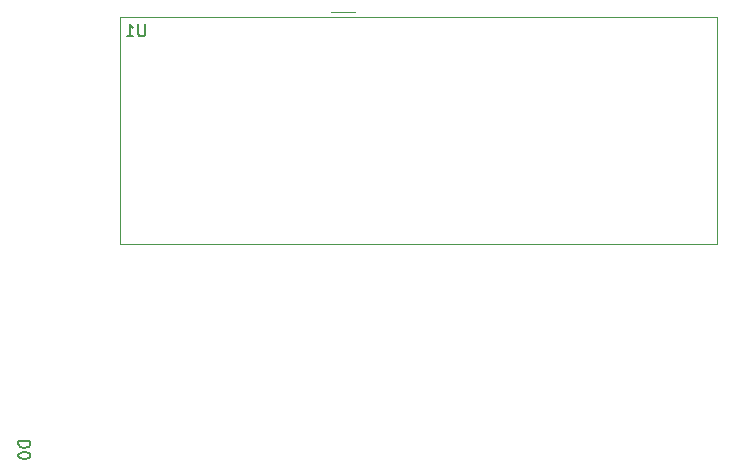
<source format=gbr>
%TF.GenerationSoftware,KiCad,Pcbnew,9.0.1*%
%TF.CreationDate,2025-06-17T23:00:35+08:00*%
%TF.ProjectId,EpochCounter,45706f63-6843-46f7-956e-7465722e6b69,rev?*%
%TF.SameCoordinates,Original*%
%TF.FileFunction,Legend,Bot*%
%TF.FilePolarity,Positive*%
%FSLAX46Y46*%
G04 Gerber Fmt 4.6, Leading zero omitted, Abs format (unit mm)*
G04 Created by KiCad (PCBNEW 9.0.1) date 2025-06-17 23:00:35*
%MOMM*%
%LPD*%
G01*
G04 APERTURE LIST*
%ADD10C,0.150000*%
%ADD11C,0.120000*%
G04 APERTURE END LIST*
D10*
X125017819Y-118030905D02*
X124017819Y-118030905D01*
X124017819Y-118030905D02*
X124017819Y-118269000D01*
X124017819Y-118269000D02*
X124065438Y-118411857D01*
X124065438Y-118411857D02*
X124160676Y-118507095D01*
X124160676Y-118507095D02*
X124255914Y-118554714D01*
X124255914Y-118554714D02*
X124446390Y-118602333D01*
X124446390Y-118602333D02*
X124589247Y-118602333D01*
X124589247Y-118602333D02*
X124779723Y-118554714D01*
X124779723Y-118554714D02*
X124874961Y-118507095D01*
X124874961Y-118507095D02*
X124970200Y-118411857D01*
X124970200Y-118411857D02*
X125017819Y-118269000D01*
X125017819Y-118269000D02*
X125017819Y-118030905D01*
X124017819Y-119221381D02*
X124017819Y-119316619D01*
X124017819Y-119316619D02*
X124065438Y-119411857D01*
X124065438Y-119411857D02*
X124113057Y-119459476D01*
X124113057Y-119459476D02*
X124208295Y-119507095D01*
X124208295Y-119507095D02*
X124398771Y-119554714D01*
X124398771Y-119554714D02*
X124636866Y-119554714D01*
X124636866Y-119554714D02*
X124827342Y-119507095D01*
X124827342Y-119507095D02*
X124922580Y-119459476D01*
X124922580Y-119459476D02*
X124970200Y-119411857D01*
X124970200Y-119411857D02*
X125017819Y-119316619D01*
X125017819Y-119316619D02*
X125017819Y-119221381D01*
X125017819Y-119221381D02*
X124970200Y-119126143D01*
X124970200Y-119126143D02*
X124922580Y-119078524D01*
X124922580Y-119078524D02*
X124827342Y-119030905D01*
X124827342Y-119030905D02*
X124636866Y-118983286D01*
X124636866Y-118983286D02*
X124398771Y-118983286D01*
X124398771Y-118983286D02*
X124208295Y-119030905D01*
X124208295Y-119030905D02*
X124113057Y-119078524D01*
X124113057Y-119078524D02*
X124065438Y-119126143D01*
X124065438Y-119126143D02*
X124017819Y-119221381D01*
X134746904Y-82766819D02*
X134746904Y-83576342D01*
X134746904Y-83576342D02*
X134699285Y-83671580D01*
X134699285Y-83671580D02*
X134651666Y-83719200D01*
X134651666Y-83719200D02*
X134556428Y-83766819D01*
X134556428Y-83766819D02*
X134365952Y-83766819D01*
X134365952Y-83766819D02*
X134270714Y-83719200D01*
X134270714Y-83719200D02*
X134223095Y-83671580D01*
X134223095Y-83671580D02*
X134175476Y-83576342D01*
X134175476Y-83576342D02*
X134175476Y-82766819D01*
X133175476Y-83766819D02*
X133746904Y-83766819D01*
X133461190Y-83766819D02*
X133461190Y-82766819D01*
X133461190Y-82766819D02*
X133556428Y-82909676D01*
X133556428Y-82909676D02*
X133651666Y-83004914D01*
X133651666Y-83004914D02*
X133746904Y-83052533D01*
D11*
%TO.C,U1*%
X132591000Y-82102000D02*
X132591000Y-101342000D01*
X132591000Y-82102000D02*
X183131000Y-82102000D01*
X150511000Y-81722000D02*
X152511000Y-81722000D01*
X183131000Y-82102000D02*
X183131000Y-101342000D01*
X183131000Y-101342000D02*
X132591000Y-101342000D01*
%TD*%
M02*

</source>
